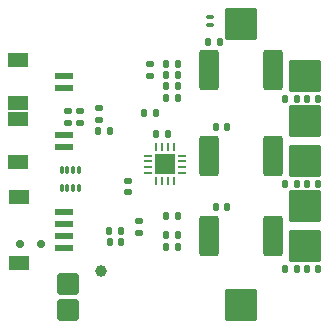
<source format=gbs>
G04 #@! TF.GenerationSoftware,KiCad,Pcbnew,(6.0.7-1)-1*
G04 #@! TF.CreationDate,2023-01-06T02:07:54-05:00*
G04 #@! TF.ProjectId,O32controller,4f333263-6f6e-4747-926f-6c6c65722e6b,rev?*
G04 #@! TF.SameCoordinates,Original*
G04 #@! TF.FileFunction,Soldermask,Bot*
G04 #@! TF.FilePolarity,Negative*
%FSLAX46Y46*%
G04 Gerber Fmt 4.6, Leading zero omitted, Abs format (unit mm)*
G04 Created by KiCad (PCBNEW (6.0.7-1)-1) date 2023-01-06 02:07:54*
%MOMM*%
%LPD*%
G01*
G04 APERTURE LIST*
G04 Aperture macros list*
%AMRoundRect*
0 Rectangle with rounded corners*
0 $1 Rounding radius*
0 $2 $3 $4 $5 $6 $7 $8 $9 X,Y pos of 4 corners*
0 Add a 4 corners polygon primitive as box body*
4,1,4,$2,$3,$4,$5,$6,$7,$8,$9,$2,$3,0*
0 Add four circle primitives for the rounded corners*
1,1,$1+$1,$2,$3*
1,1,$1+$1,$4,$5*
1,1,$1+$1,$6,$7*
1,1,$1+$1,$8,$9*
0 Add four rect primitives between the rounded corners*
20,1,$1+$1,$2,$3,$4,$5,0*
20,1,$1+$1,$4,$5,$6,$7,0*
20,1,$1+$1,$6,$7,$8,$9,0*
20,1,$1+$1,$8,$9,$2,$3,0*%
G04 Aperture macros list end*
%ADD10RoundRect,0.140000X-0.140000X-0.170000X0.140000X-0.170000X0.140000X0.170000X-0.140000X0.170000X0*%
%ADD11RoundRect,0.269607X-1.105393X-1.105393X1.105393X-1.105393X1.105393X1.105393X-1.105393X1.105393X0*%
%ADD12C,0.700000*%
%ADD13RoundRect,0.176470X-0.723530X-0.723530X0.723530X-0.723530X0.723530X0.723530X-0.723530X0.723530X0*%
%ADD14RoundRect,0.135000X0.135000X0.185000X-0.135000X0.185000X-0.135000X-0.185000X0.135000X-0.185000X0*%
%ADD15RoundRect,0.140000X0.140000X0.170000X-0.140000X0.170000X-0.140000X-0.170000X0.140000X-0.170000X0*%
%ADD16R,0.711200X0.254000*%
%ADD17R,0.254000X0.711200*%
%ADD18R,1.701800X1.701800*%
%ADD19RoundRect,0.135000X-0.185000X0.135000X-0.185000X-0.135000X0.185000X-0.135000X0.185000X0.135000X0*%
%ADD20RoundRect,0.050000X0.100000X-0.285000X0.100000X0.285000X-0.100000X0.285000X-0.100000X-0.285000X0*%
%ADD21RoundRect,0.135000X-0.135000X-0.185000X0.135000X-0.185000X0.135000X0.185000X-0.135000X0.185000X0*%
%ADD22RoundRect,0.140000X-0.170000X0.140000X-0.170000X-0.140000X0.170000X-0.140000X0.170000X0.140000X0*%
%ADD23R,1.550000X0.600000*%
%ADD24R,1.800000X1.200000*%
%ADD25RoundRect,0.255000X0.595000X1.445000X-0.595000X1.445000X-0.595000X-1.445000X0.595000X-1.445000X0*%
%ADD26RoundRect,0.087500X-0.212500X0.087500X-0.212500X-0.087500X0.212500X-0.087500X0.212500X0.087500X0*%
%ADD27C,1.000000*%
%ADD28RoundRect,0.135000X0.185000X-0.135000X0.185000X0.135000X-0.185000X0.135000X-0.185000X-0.135000X0*%
G04 APERTURE END LIST*
D10*
X45320000Y-56600000D03*
X46280000Y-56600000D03*
D11*
X61850000Y-53550000D03*
X61850000Y-49750000D03*
X56450000Y-38100000D03*
D12*
X37750000Y-56750000D03*
X39550000Y-56750000D03*
D13*
X41800000Y-60100000D03*
D11*
X61850000Y-46350000D03*
X61850000Y-42550000D03*
D13*
X41800000Y-62350000D03*
D11*
X56450000Y-61900000D03*
X61850000Y-56950000D03*
D14*
X51110000Y-44350000D03*
X50090000Y-44350000D03*
D15*
X62985000Y-44450000D03*
X62025000Y-44450000D03*
X55280000Y-53650000D03*
X54320000Y-53650000D03*
D14*
X51110000Y-41510000D03*
X50090000Y-41510000D03*
D10*
X49270000Y-47450000D03*
X50230000Y-47450000D03*
D15*
X54630000Y-39650000D03*
X53670000Y-39650000D03*
X62980000Y-58850000D03*
X62020000Y-58850000D03*
D16*
X51450000Y-49249999D03*
X51450000Y-49750000D03*
X51450000Y-50250000D03*
X51450000Y-50750001D03*
D17*
X50750001Y-51450000D03*
X50250000Y-51450000D03*
X49750000Y-51450000D03*
X49249999Y-51450000D03*
D16*
X48550000Y-50750001D03*
X48550000Y-50250000D03*
X48550000Y-49750000D03*
X48550000Y-49249999D03*
D17*
X49249999Y-48550000D03*
X49750000Y-48550000D03*
X50250000Y-48550000D03*
X50750001Y-48550000D03*
D18*
X50000000Y-50000000D03*
D19*
X48700000Y-41490000D03*
X48700000Y-42510000D03*
D20*
X42750000Y-51990000D03*
X42250000Y-51990000D03*
X41750000Y-51990000D03*
X41250000Y-51990000D03*
X41250000Y-50510000D03*
X41750000Y-50510000D03*
X42250000Y-50510000D03*
X42750000Y-50510000D03*
D21*
X50090000Y-43400000D03*
X51110000Y-43400000D03*
D22*
X46850000Y-51370000D03*
X46850000Y-52330000D03*
D14*
X51110000Y-56000000D03*
X50090000Y-56000000D03*
D19*
X42800000Y-45490000D03*
X42800000Y-46510000D03*
D23*
X41500000Y-57050000D03*
X41500000Y-56050000D03*
X41500000Y-55050000D03*
X41500000Y-54050000D03*
D24*
X37625000Y-58350000D03*
X37625000Y-52750000D03*
D15*
X63000000Y-51650000D03*
X62040000Y-51650000D03*
D25*
X59150000Y-56050000D03*
X53750000Y-56050000D03*
D19*
X44400000Y-45190000D03*
X44400000Y-46210000D03*
D23*
X41480000Y-48500000D03*
X41480000Y-47500000D03*
D24*
X37605000Y-49800000D03*
X37605000Y-46200000D03*
D14*
X61160000Y-51650000D03*
X60140000Y-51650000D03*
D15*
X55250000Y-46850000D03*
X54290000Y-46850000D03*
D21*
X50090000Y-42460000D03*
X51110000Y-42460000D03*
D19*
X47850000Y-54790000D03*
X47850000Y-55810000D03*
D14*
X61160000Y-58850000D03*
X60140000Y-58850000D03*
D21*
X44340000Y-47150000D03*
X45360000Y-47150000D03*
D14*
X49260000Y-45650000D03*
X48240000Y-45650000D03*
D23*
X41480000Y-43500000D03*
X41480000Y-42500000D03*
D24*
X37605000Y-44800000D03*
X37605000Y-41200000D03*
D21*
X50090000Y-54400000D03*
X51110000Y-54400000D03*
D25*
X59150000Y-42050000D03*
X53750000Y-42050000D03*
D14*
X51110000Y-57000000D03*
X50090000Y-57000000D03*
D26*
X53850000Y-37550000D03*
X53850000Y-38200000D03*
D21*
X45290000Y-55650000D03*
X46310000Y-55650000D03*
D14*
X61165000Y-44450000D03*
X60145000Y-44450000D03*
D27*
X44550000Y-59000000D03*
D28*
X41800000Y-46510000D03*
X41800000Y-45490000D03*
D25*
X59150000Y-49250000D03*
X53750000Y-49250000D03*
M02*

</source>
